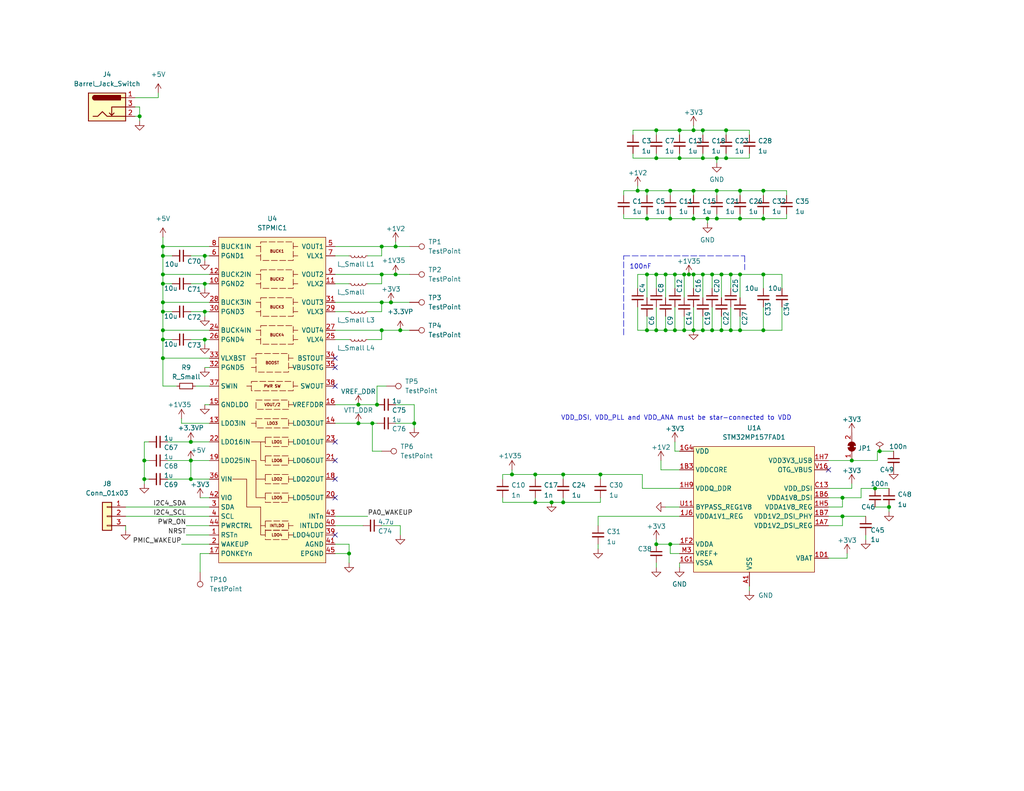
<source format=kicad_sch>
(kicad_sch (version 20231120) (generator "eeschema") (generator_version "8.0")
  (paper "USLetter")
  (title_block (title "SimpleSBC Power") (date "2025-02-03") (rev "2") (comment 1 "Hans Gaensbauer and Tim Shepard"))
  (junction (at 199.39 74.93))
  (junction (at 198.12 35.56))
  (junction (at 176.53 90.17))
  (junction (at 55.88 85.09))
  (junction (at 52.07 125.73))
  (junction (at 194.31 74.93))
  (junction (at 55.88 69.85))
  (junction (at 238.76 133.35))
  (junction (at 186.69 90.17))
  (junction (at 39.37 130.81))
  (junction (at 44.45 97.79))
  (junction (at 194.31 90.17))
  (junction (at 44.45 69.85))
  (junction (at 176.53 52.07))
  (junction (at 193.04 59.69))
  (junction (at 179.07 43.18))
  (junction (at 189.23 59.69))
  (junction (at 189.23 90.17))
  (junction (at 179.07 35.56))
  (junction (at 182.88 148.59))
  (junction (at 229.87 140.97))
  (junction (at 97.79 110.49))
  (junction (at 240.03 123.19))
  (junction (at 95.25 151.13))
  (junction (at 38.1 31.75))
  (junction (at 109.22 90.17))
  (junction (at 208.28 59.69))
  (junction (at 182.88 52.07))
  (junction (at 153.67 129.54))
  (junction (at 146.05 129.54))
  (junction (at 39.37 125.73))
  (junction (at 201.93 52.07))
  (junction (at 181.61 74.93))
  (junction (at 104.14 67.31))
  (junction (at 44.45 90.17))
  (junction (at 187.96 74.93))
  (junction (at 201.93 59.69))
  (junction (at 106.68 82.55))
  (junction (at 191.77 35.56))
  (junction (at 113.03 115.57))
  (junction (at 179.07 74.93))
  (junction (at 139.7 129.54))
  (junction (at 208.28 74.93))
  (junction (at 104.14 74.93))
  (junction (at 208.28 52.07))
  (junction (at 107.95 74.93))
  (junction (at 186.69 74.93))
  (junction (at 44.45 82.55))
  (junction (at 189.23 52.07))
  (junction (at 189.23 35.56))
  (junction (at 199.39 90.17))
  (junction (at 176.53 59.69))
  (junction (at 201.93 90.17))
  (junction (at 191.77 43.18))
  (junction (at 104.14 82.55))
  (junction (at 191.77 90.17))
  (junction (at 44.45 85.09))
  (junction (at 196.85 74.93))
  (junction (at 229.87 135.89))
  (junction (at 195.58 59.69))
  (junction (at 195.58 52.07))
  (junction (at 52.07 120.65))
  (junction (at 44.45 92.71))
  (junction (at 185.42 35.56))
  (junction (at 44.45 77.47))
  (junction (at 184.15 90.17))
  (junction (at 163.83 129.54))
  (junction (at 179.07 90.17))
  (junction (at 102.87 110.49))
  (junction (at 107.95 67.31))
  (junction (at 52.07 130.81))
  (junction (at 182.88 59.69))
  (junction (at 153.67 137.16))
  (junction (at 198.12 43.18))
  (junction (at 97.79 115.57))
  (junction (at 101.6 115.57))
  (junction (at 104.14 90.17))
  (junction (at 181.61 90.17))
  (junction (at 195.58 43.18))
  (junction (at 44.45 67.31))
  (junction (at 150.495 137.16))
  (junction (at 242.57 138.43))
  (junction (at 184.15 74.93))
  (junction (at 55.88 77.47))
  (junction (at 179.07 148.59))
  (junction (at 191.77 74.93))
  (junction (at 185.42 43.18))
  (junction (at 189.23 74.93))
  (junction (at 55.88 92.71))
  (junction (at 201.93 74.93))
  (junction (at 196.85 90.17))
  (junction (at 232.41 125.73))
  (junction (at 173.99 52.07))
  (junction (at 208.28 90.17))
  (junction (at 146.05 137.16))
  (junction (at 44.45 74.93))
  (junction (at 176.53 74.93))
  (no_connect (at 91.44 146.05))
  (no_connect (at 226.06 128.27))
  (no_connect (at 91.44 105.41))
  (no_connect (at 91.44 125.73))
  (no_connect (at 91.44 100.33))
  (no_connect (at 91.44 120.65))
  (no_connect (at 91.44 97.79))
  (no_connect (at 91.44 130.81))
  (no_connect (at 91.44 135.89))
  (wire (pts (xy 54.61 135.89) (xy 57.15 135.89)))
  (wire (pts (xy 104.14 67.31) (xy 104.14 69.85)))
  (wire (pts (xy 214.63 52.07) (xy 214.63 53.34)))
  (wire (pts (xy 199.39 90.17) (xy 196.85 90.17)))
  (wire (pts (xy 191.77 86.36) (xy 191.77 90.17)))
  (wire (pts (xy 201.93 81.28) (xy 201.93 74.93)))
  (wire (pts (xy 39.37 130.81) (xy 39.37 125.73)))
  (wire (pts (xy 46.99 69.85) (xy 44.45 69.85)))
  (wire (pts (xy 44.45 105.41) (xy 48.26 105.41)))
  (wire (pts (xy 34.29 138.43) (xy 57.15 138.43)))
  (wire (pts (xy 38.1 29.21) (xy 38.1 31.75)))
  (wire (pts (xy 107.95 67.31) (xy 111.76 67.31)))
  (wire (pts (xy 44.45 97.79) (xy 44.45 92.71)))
  (wire (pts (xy 44.45 85.09) (xy 44.45 90.17)))
  (wire (pts (xy 104.14 77.47) (xy 104.14 74.93)))
  (wire (pts (xy 185.42 133.35) (xy 175.26 133.35)))
  (wire (pts (xy 199.39 83.82) (xy 199.39 90.17)))
  (wire (pts (xy 226.06 138.43) (xy 229.87 138.43)))
  (wire (pts (xy 91.44 67.31) (xy 104.14 67.31)))
  (wire (pts (xy 195.58 59.69) (xy 201.93 59.69)))
  (wire (pts (xy 189.23 52.07) (xy 195.58 52.07)))
  (wire (pts (xy 55.88 77.47) (xy 57.15 77.47)))
  (wire (pts (xy 49.53 148.59) (xy 57.15 148.59)))
  (wire (pts (xy 179.07 35.56) (xy 185.42 35.56)))
  (wire (pts (xy 226.06 133.35) (xy 232.41 133.35)))
  (wire (pts (xy 186.69 90.17) (xy 189.23 90.17)))
  (wire (pts (xy 193.04 59.69) (xy 193.04 60.96)))
  (wire (pts (xy 208.28 52.07) (xy 214.63 52.07)))
  (wire (pts (xy 52.07 85.09) (xy 55.88 85.09)))
  (wire (pts (xy 201.93 90.17) (xy 199.39 90.17)))
  (wire (pts (xy 236.22 146.05) (xy 236.22 147.32)))
  (wire (pts (xy 198.12 41.91) (xy 198.12 43.18)))
  (wire (pts (xy 201.93 59.69) (xy 208.28 59.69)))
  (wire (pts (xy 196.85 74.93) (xy 196.85 81.28)))
  (wire (pts (xy 113.03 110.49) (xy 113.03 115.57)))
  (wire (pts (xy 39.37 125.73) (xy 39.37 120.65)))
  (wire (pts (xy 100.33 69.85) (xy 104.14 69.85)))
  (wire (pts (xy 176.53 59.69) (xy 182.88 59.69)))
  (wire (pts (xy 104.14 143.51) (xy 109.22 143.51)))
  (wire (pts (xy 173.99 50.8) (xy 173.99 52.07)))
  (wire (pts (xy 194.31 90.17) (xy 191.77 90.17)))
  (wire (pts (xy 201.93 58.42) (xy 201.93 59.69)))
  (wire (pts (xy 238.76 133.35) (xy 242.57 133.35)))
  (wire (pts (xy 55.88 69.85) (xy 57.15 69.85)))
  (wire (pts (xy 208.28 90.17) (xy 201.93 90.17)))
  (wire (pts (xy 242.57 138.43) (xy 242.57 139.7)))
  (wire (pts (xy 44.45 64.77) (xy 44.45 67.31)))
  (wire (pts (xy 52.07 77.47) (xy 55.88 77.47)))
  (wire (pts (xy 191.77 74.93) (xy 194.31 74.93)))
  (wire (pts (xy 55.88 85.09) (xy 57.15 85.09)))
  (wire (pts (xy 181.61 90.17) (xy 184.15 90.17)))
  (wire (pts (xy 44.45 77.47) (xy 44.45 82.55)))
  (wire (pts (xy 50.8 146.05) (xy 57.15 146.05)))
  (wire (pts (xy 45.72 120.65) (xy 52.07 120.65)))
  (wire (pts (xy 163.195 148.59) (xy 163.195 149.86)))
  (wire (pts (xy 231.14 151.13) (xy 231.14 152.4)))
  (wire (pts (xy 179.07 74.93) (xy 179.07 78.74)))
  (wire (pts (xy 191.77 35.56) (xy 191.77 36.83)))
  (wire (pts (xy 91.44 140.97) (xy 100.33 140.97)))
  (wire (pts (xy 179.07 74.93) (xy 176.53 74.93)))
  (wire (pts (xy 170.18 59.69) (xy 176.53 59.69)))
  (wire (pts (xy 176.53 74.93) (xy 176.53 81.28)))
  (wire (pts (xy 185.42 140.97) (xy 163.195 140.97)))
  (wire (pts (xy 213.36 83.82) (xy 213.36 90.17)))
  (wire (pts (xy 176.53 86.36) (xy 176.53 90.17)))
  (wire (pts (xy 44.45 82.55) (xy 57.15 82.55)))
  (wire (pts (xy 91.44 92.71) (xy 95.25 92.71)))
  (wire (pts (xy 240.03 123.19) (xy 243.84 123.19)))
  (wire (pts (xy 101.6 115.57) (xy 97.79 115.57)))
  (wire (pts (xy 44.45 67.31) (xy 57.15 67.31)))
  (wire (pts (xy 163.83 129.54) (xy 163.83 130.81)))
  (wire (pts (xy 95.25 153.67) (xy 95.25 151.13)))
  (wire (pts (xy 95.25 151.13) (xy 95.25 148.59)))
  (wire (pts (xy 44.45 90.17) (xy 57.15 90.17)))
  (wire (pts (xy 39.37 132.08) (xy 39.37 130.81)))
  (wire (pts (xy 182.88 151.13) (xy 185.42 151.13)))
  (wire (pts (xy 176.53 52.07) (xy 173.99 52.07)))
  (wire (pts (xy 239.395 123.19) (xy 239.395 125.73)))
  (wire (pts (xy 176.53 52.07) (xy 182.88 52.07)))
  (wire (pts (xy 185.42 41.91) (xy 185.42 43.18)))
  (wire (pts (xy 172.72 41.91) (xy 172.72 43.18)))
  (wire (pts (xy 226.06 125.73) (xy 232.41 125.73)))
  (wire (pts (xy 91.44 74.93) (xy 104.14 74.93)))
  (wire (pts (xy 239.395 125.73) (xy 232.41 125.73)))
  (wire (pts (xy 46.99 77.47) (xy 44.45 77.47)))
  (wire (pts (xy 234.95 133.35) (xy 234.95 135.89)))
  (wire (pts (xy 184.15 123.19) (xy 185.42 123.19)))
  (wire (pts (xy 208.28 74.93) (xy 201.93 74.93)))
  (wire (pts (xy 137.16 129.54) (xy 137.16 130.81)))
  (wire (pts (xy 179.07 83.82) (xy 179.07 90.17)))
  (wire (pts (xy 163.83 137.16) (xy 163.83 135.89)))
  (wire (pts (xy 55.88 92.71) (xy 55.88 93.98)))
  (wire (pts (xy 139.7 128.27) (xy 139.7 129.54)))
  (wire (pts (xy 191.77 43.18) (xy 195.58 43.18)))
  (wire (pts (xy 194.31 74.93) (xy 194.31 78.74)))
  (wire (pts (xy 189.23 59.69) (xy 193.04 59.69)))
  (wire (pts (xy 153.67 137.16) (xy 163.83 137.16)))
  (wire (pts (xy 153.67 129.54) (xy 163.83 129.54)))
  (wire (pts (xy 39.37 125.73) (xy 40.64 125.73)))
  (wire (pts (xy 39.37 130.81) (xy 40.64 130.81)))
  (wire (pts (xy 109.22 143.51) (xy 109.22 146.05)))
  (wire (pts (xy 34.29 140.97) (xy 57.15 140.97)))
  (wire (pts (xy 172.72 36.83) (xy 172.72 35.56)))
  (wire (pts (xy 189.23 35.56) (xy 191.77 35.56)))
  (wire (pts (xy 179.07 148.59) (xy 182.88 148.59)))
  (wire (pts (xy 213.36 78.74) (xy 213.36 74.93)))
  (wire (pts (xy 163.195 140.97) (xy 163.195 143.51)))
  (wire (pts (xy 238.76 138.43) (xy 242.57 138.43)))
  (wire (pts (xy 105.41 105.41) (xy 102.87 105.41)))
  (wire (pts (xy 184.15 120.65) (xy 184.15 123.19)))
  (wire (pts (xy 184.15 74.93) (xy 181.61 74.93)))
  (wire (pts (xy 170.18 52.07) (xy 170.18 53.34)))
  (wire (pts (xy 198.12 35.56) (xy 198.12 36.83)))
  (wire (pts (xy 137.16 135.89) (xy 137.16 137.16)))
  (wire (pts (xy 38.1 31.75) (xy 36.83 31.75)))
  (wire (pts (xy 44.45 74.93) (xy 57.15 74.93)))
  (wire (pts (xy 44.45 77.47) (xy 44.45 74.93)))
  (wire (pts (xy 201.93 74.93) (xy 199.39 74.93)))
  (wire (pts (xy 213.36 74.93) (xy 208.28 74.93)))
  (wire (pts (xy 181.61 86.36) (xy 181.61 90.17)))
  (wire (pts (xy 208.28 74.93) (xy 208.28 78.74)))
  (wire (pts (xy 44.45 69.85) (xy 44.45 74.93)))
  (wire (pts (xy 52.07 120.65) (xy 57.15 120.65)))
  (wire (pts (xy 102.87 110.49) (xy 97.79 110.49)))
  (wire (pts (xy 195.58 43.18) (xy 198.12 43.18)))
  (wire (pts (xy 104.14 67.31) (xy 107.95 67.31)))
  (wire (pts (xy 104.14 82.55) (xy 106.68 82.55)))
  (wire (pts (xy 53.34 105.41) (xy 57.15 105.41)))
  (wire (pts (xy 100.33 77.47) (xy 104.14 77.47)))
  (wire (pts (xy 44.45 69.85) (xy 44.45 67.31)))
  (wire (pts (xy 179.07 43.18) (xy 185.42 43.18)))
  (wire (pts (xy 50.8 143.51) (xy 57.15 143.51)))
  (wire (pts (xy 179.07 41.91) (xy 179.07 43.18)))
  (wire (pts (xy 104.14 90.17) (xy 109.22 90.17)))
  (wire (pts (xy 232.41 132.08) (xy 232.41 133.35)))
  (wire (pts (xy 150.495 137.16) (xy 153.67 137.16)))
  (wire (pts (xy 113.03 115.57) (xy 107.95 115.57)))
  (wire (pts (xy 189.23 58.42) (xy 189.23 59.69)))
  (wire (pts (xy 195.58 52.07) (xy 201.93 52.07)))
  (wire (pts (xy 182.88 58.42) (xy 182.88 59.69)))
  (wire (pts (xy 146.05 135.89) (xy 146.05 137.16)))
  (wire (pts (xy 195.58 58.42) (xy 195.58 59.69)))
  (wire (pts (xy 172.72 35.56) (xy 179.07 35.56)))
  (wire (pts (xy 104.14 85.09) (xy 104.14 82.55)))
  (wire (pts (xy 39.37 120.65) (xy 40.64 120.65)))
  (wire (pts (xy 196.85 74.93) (xy 199.39 74.93)))
  (wire (pts (xy 179.07 147.32) (xy 179.07 148.59)))
  (wire (pts (xy 181.61 74.93) (xy 181.61 81.28)))
  (polyline (pts (xy 203.2 69.85) (xy 203.2 73.66)) (stroke (width 0) (type dash)))
  (wire (pts (xy 170.18 58.42) (xy 170.18 59.69)))
  (wire (pts (xy 181.61 74.93) (xy 179.07 74.93)))
  (wire (pts (xy 189.23 74.93) (xy 189.23 78.74)))
  (wire (pts (xy 44.45 92.71) (xy 44.45 90.17)))
  (wire (pts (xy 44.45 97.79) (xy 44.45 105.41)))
  (wire (pts (xy 179.07 90.17) (xy 181.61 90.17)))
  (wire (pts (xy 229.87 140.97) (xy 236.22 140.97)))
  (wire (pts (xy 194.31 74.93) (xy 196.85 74.93)))
  (wire (pts (xy 49.53 115.57) (xy 57.15 115.57)))
  (wire (pts (xy 146.05 129.54) (xy 139.7 129.54)))
  (wire (pts (xy 186.69 74.93) (xy 184.15 74.93)))
  (wire (pts (xy 176.53 74.93) (xy 173.99 74.93)))
  (wire (pts (xy 196.85 90.17) (xy 194.31 90.17)))
  (wire (pts (xy 91.44 143.51) (xy 99.06 143.51)))
  (wire (pts (xy 146.05 129.54) (xy 153.67 129.54)))
  (wire (pts (xy 208.28 52.07) (xy 208.28 53.34)))
  (wire (pts (xy 55.88 71.12) (xy 55.88 69.85)))
  (wire (pts (xy 91.44 90.17) (xy 104.14 90.17)))
  (wire (pts (xy 104.14 74.93) (xy 107.95 74.93)))
  (wire (pts (xy 106.68 82.55) (xy 111.76 82.55)))
  (wire (pts (xy 204.47 160.02) (xy 204.47 161.29)))
  (wire (pts (xy 185.42 35.56) (xy 185.42 36.83)))
  (wire (pts (xy 44.45 85.09) (xy 44.45 82.55)))
  (wire (pts (xy 104.14 123.19) (xy 101.6 123.19)))
  (wire (pts (xy 100.33 92.71) (xy 104.14 92.71)))
  (wire (pts (xy 234.95 135.89) (xy 229.87 135.89)))
  (wire (pts (xy 49.53 114.3) (xy 49.53 115.57)))
  (wire (pts (xy 184.15 74.93) (xy 184.15 78.74)))
  (wire (pts (xy 184.15 83.82) (xy 184.15 90.17)))
  (wire (pts (xy 191.77 41.91) (xy 191.77 43.18)))
  (wire (pts (xy 191.77 35.56) (xy 198.12 35.56)))
  (wire (pts (xy 139.7 129.54) (xy 137.16 129.54)))
  (wire (pts (xy 113.03 115.57) (xy 113.03 116.84)))
  (wire (pts (xy 45.72 130.81) (xy 52.07 130.81)))
  (wire (pts (xy 146.05 137.16) (xy 150.495 137.16)))
  (wire (pts (xy 182.88 151.13) (xy 182.88 148.59)))
  (wire (pts (xy 194.31 83.82) (xy 194.31 90.17)))
  (wire (pts (xy 208.28 83.82) (xy 208.28 90.17)))
  (wire (pts (xy 191.77 74.93) (xy 191.77 81.28)))
  (wire (pts (xy 213.36 90.17) (xy 208.28 90.17)))
  (wire (pts (xy 55.88 85.09) (xy 55.88 86.36)))
  (wire (pts (xy 195.58 43.18) (xy 195.58 44.45)))
  (wire (pts (xy 229.87 135.89) (xy 229.87 138.43)))
  (wire (pts (xy 173.99 74.93) (xy 173.99 78.74)))
  (wire (pts (xy 182.88 59.69) (xy 189.23 59.69)))
  (wire (pts (xy 52.07 69.85) (xy 55.88 69.85)))
  (wire (pts (xy 201.93 86.36) (xy 201.93 90.17)))
  (wire (pts (xy 184.15 90.17) (xy 186.69 90.17)))
  (wire (pts (xy 193.04 59.69) (xy 195.58 59.69)))
  (wire (pts (xy 55.88 110.49) (xy 57.15 110.49)))
  (wire (pts (xy 55.88 100.33) (xy 57.15 100.33)))
  (wire (pts (xy 101.6 123.19) (xy 101.6 115.57)))
  (wire (pts (xy 196.85 86.36) (xy 196.85 90.17)))
  (wire (pts (xy 91.44 69.85) (xy 95.25 69.85)))
  (wire (pts (xy 55.88 78.74) (xy 55.88 77.47)))
  (wire (pts (xy 175.26 133.35) (xy 175.26 129.54)))
  (wire (pts (xy 57.15 97.79) (xy 44.45 97.79)))
  (wire (pts (xy 185.42 153.67) (xy 185.42 154.94)))
  (wire (pts (xy 198.12 35.56) (xy 204.47 35.56)))
  (wire (pts (xy 226.06 152.4) (xy 231.14 152.4)))
  (wire (pts (xy 226.06 135.89) (xy 229.87 135.89)))
  (wire (pts (xy 180.34 128.27) (xy 185.42 128.27)))
  (wire (pts (xy 173.99 90.17) (xy 176.53 90.17)))
  (polyline (pts (xy 170.18 91.44) (xy 170.18 69.85)) (stroke (width 0) (type dash)))
  (wire (pts (xy 104.14 92.71) (xy 104.14 90.17)))
  (polyline (pts (xy 170.18 69.85) (xy 203.2 69.85)) (stroke (width 0) (type dash)))
  (wire (pts (xy 113.03 110.49) (xy 107.95 110.49)))
  (wire (pts (xy 204.47 41.91) (xy 204.47 43.18)))
  (wire (pts (xy 186.69 74.93) (xy 187.96 74.93)))
  (wire (pts (xy 34.29 143.51) (xy 34.29 144.78)))
  (wire (pts (xy 36.83 29.21) (xy 38.1 29.21)))
  (wire (pts (xy 179.07 153.67) (xy 179.07 154.94)))
  (wire (pts (xy 91.44 110.49) (xy 97.79 110.49)))
  (wire (pts (xy 43.18 25.4) (xy 43.18 26.67)))
  (wire (pts (xy 208.28 58.42) (xy 208.28 59.69)))
  (wire (pts (xy 54.61 156.21) (xy 54.61 151.13)))
  (wire (pts (xy 186.69 74.93) (xy 186.69 81.28)))
  (wire (pts (xy 52.07 125.73) (xy 52.07 130.81)))
  (wire (pts (xy 182.88 52.07) (xy 182.88 53.34)))
  (wire (pts (xy 179.07 35.56) (xy 179.07 36.83)))
  (wire (pts (xy 201.93 52.07) (xy 208.28 52.07)))
  (wire (pts (xy 173.99 52.07) (xy 170.18 52.07)))
  (wire (pts (xy 173.99 83.82) (xy 173.99 90.17)))
  (wire (pts (xy 52.07 125.73) (xy 57.15 125.73)))
  (wire (pts (xy 46.99 92.71) (xy 44.45 92.71)))
  (wire (pts (xy 229.87 140.97) (xy 229.87 143.51)))
  (wire (pts (xy 181.61 138.43) (xy 185.42 138.43)))
  (wire (pts (xy 214.63 59.69) (xy 208.28 59.69)))
  (wire (pts (xy 185.42 35.56) (xy 189.23 35.56)))
  (wire (pts (xy 95.25 148.59) (xy 91.44 148.59)))
  (wire (pts (xy 195.58 52.07) (xy 195.58 53.34)))
  (wire (pts (xy 100.33 85.09) (xy 104.14 85.09)))
  (wire (pts (xy 186.69 86.36) (xy 186.69 90.17)))
  (wire (pts (xy 240.03 123.19) (xy 239.395 123.19)))
  (wire (pts (xy 153.67 135.89) (xy 153.67 137.16)))
  (wire (pts (xy 189.23 34.29) (xy 189.23 35.56)))
  (wire (pts (xy 185.42 43.18) (xy 191.77 43.18)))
  (wire (pts (xy 55.88 92.71) (xy 57.15 92.71)))
  (wire (pts (xy 36.83 26.67) (xy 43.18 26.67)))
  (wire (pts (xy 91.44 85.09) (xy 95.25 85.09)))
  (wire (pts (xy 52.07 92.71) (xy 55.88 92.71)))
  (wire (pts (xy 146.05 129.54) (xy 146.05 130.81)))
  (wire (pts (xy 91.44 82.55) (xy 104.14 82.55)))
  (wire (pts (xy 176.53 58.42) (xy 176.53 59.69)))
  (wire (pts (xy 191.77 90.17) (xy 189.23 90.17)))
  (wire (pts (xy 52.07 130.81) (xy 57.15 130.81)))
  (wire (pts (xy 172.72 43.18) (xy 179.07 43.18)))
  (wire (pts (xy 199.39 74.93) (xy 199.39 78.74)))
  (wire (pts (xy 176.53 90.17) (xy 179.07 90.17)))
  (wire (pts (xy 198.12 43.18) (xy 204.47 43.18)))
  (wire (pts (xy 204.47 35.56) (xy 204.47 36.83)))
  (wire (pts (xy 226.06 143.51) (xy 229.87 143.51)))
  (wire (pts (xy 54.61 151.13) (xy 57.15 151.13)))
  (wire (pts (xy 91.44 77.47) (xy 95.25 77.47)))
  (wire (pts (xy 182.88 52.07) (xy 189.23 52.07)))
  (wire (pts (xy 153.67 129.54) (xy 153.67 130.81)))
  (wire (pts (xy 189.23 52.07) (xy 189.23 53.34)))
  (wire (pts (xy 91.44 151.13) (xy 95.25 151.13)))
  (wire (pts (xy 137.16 137.16) (xy 146.05 137.16)))
  (wire (pts (xy 163.83 129.54) (xy 175.26 129.54)))
  (wire (pts (xy 102.87 105.41) (xy 102.87 110.49)))
  (wire (pts (xy 180.34 125.73) (xy 180.34 128.27)))
  (wire (pts (xy 189.23 83.82) (xy 189.23 90.17)))
  (wire (pts (xy 107.95 66.04) (xy 107.95 67.31)))
  (wire (pts (xy 214.63 58.42) (xy 214.63 59.69)))
  (wire (pts (xy 38.1 33.02) (xy 38.1 31.75)))
  (wire (pts (xy 201.93 52.07) (xy 201.93 53.34)))
  (wire (pts (xy 91.44 115.57) (xy 97.79 115.57)))
  (wire (pts (xy 109.22 90.17) (xy 111.76 90.17)))
  (wire (pts (xy 226.06 140.97) (xy 229.87 140.97)))
  (wire (pts (xy 176.53 53.34) (xy 176.53 52.07)))
  (wire (pts (xy 102.87 115.57) (xy 101.6 115.57)))
  (wire (pts (xy 45.72 125.73) (xy 52.07 125.73)))
  (wire (pts (xy 182.88 148.59) (xy 185.42 148.59)))
  (wire (pts (xy 107.95 74.93) (xy 111.76 74.93)))
  (wire (pts (xy 238.76 133.35) (xy 234.95 133.35)))
  (wire (pts (xy 46.99 85.09) (xy 44.45 85.09)))
  (wire (pts (xy 187.96 74.93) (xy 189.23 74.93)))
  (wire (pts (xy 189.23 74.93) (xy 191.77 74.93)))
  (text "100nF" (at 177.8 73.66 0) (effects (font (size 1.27 1.27)) (justify right bottom)))
  (text "VDD_DSI, VDD_PLL and VDD_ANA must be star-connected to VDD" (at 153.035 114.935 0) (effects (font (size 1.27 1.27)) (justify left bottom)))
  (label "PA0_WAKEUP" (at 100.33 140.97 0))
  (label "I2C4_SCL" (at 50.8 140.97 180))
  (label "PMIC_WAKEUP" (at 49.53 148.59 180))
  (label "I2C4_SDA" (at 50.8 138.43 180))
  (label "NRST" (at 50.8 146.05 180))
  (label "PWR_ON" (at 50.8 143.51 180))
  (symbol (lib_id "Device:C_Small") (at 199.39 81.28 0) (unit 1)
    (property "Reference" "C25" (at 200.66 80.01 90) (effects (justify left)))
    (property "Value" "100n" (effects (hide yes)))
    (property "Footprint" "Capacitor_SMD:C_0402_1005Metric" (effects (hide yes)))
  )
  (symbol (lib_id "Device:C_Small") (at 191.77 83.82 0) (unit 1)
    (property "Reference" "C19" (at 193.04 88.9 90) (effects (justify left)))
    (property "Value" "100n" (effects (hide yes)))
    (property "Footprint" "Capacitor_SMD:C_0402_1005Metric" (effects (hide yes)))
  )
  (symbol (lib_id "power:+3.3V") (at 179.07 147.32 0) (unit 1)
    (property "Reference" "#PWR017" (effects (hide yes)))
    (property "Value" "+3V3" (at 179.07 143.7155 0))
  )
  (symbol (lib_id "power:+5V") (at 44.45 64.77 0) (unit 1)
    (property "Reference" "#PWR022" (effects (hide yes)))
    (property "Value" "+5V" (at 44.45 59.69 0))
    (property "Description" "Power symbol creates a global label with name \"+5V\"" (effects (hide yes)))
  )
  (symbol (lib_id "Device:L_Small") (at 97.79 77.47 90) (mirror x) (unit 1)
    (property "Reference" "L2" (effects (hide yes)))
    (property "Value" "L_Small" (at 95.758 79.756 90))
    (property "Description" "Inductor, small symbol" (effects (hide yes)))
  )
  (symbol (lib_id "power:GND") (at 242.57 139.7 0) (unit 1)
    (property "Reference" "#PWR087" (effects (hide yes)))
    (property "Value" "GND" (effects (hide yes)))
  )
  (symbol (lib_id "power:+3.3V") (at 184.15 120.65 0) (unit 1)
    (property "Reference" "#PWR033" (effects (hide yes)))
    (property "Value" "+3V3" (at 184.15 117.0455 0))
  )
  (symbol (lib_id "Device:C_Small") (at 196.85 83.82 0) (unit 1)
    (property "Reference" "C22" (at 198.12 88.9 90) (effects (justify left)))
    (property "Value" "100n" (effects (hide yes)))
    (property "Footprint" "Capacitor_SMD:C_0402_1005Metric" (effects (hide yes)))
  )
  (symbol (lib_id "power:GND") (at 113.03 116.84 0) (unit 1)
    (property "Reference" "#PWR073" (effects (hide yes)))
    (property "Value" "GND" (effects (hide yes)))
  )
  (symbol (lib_id "power:GND") (at 95.25 153.67 0) (unit 1)
    (property "Reference" "#PWR066" (effects (hide yes)))
    (property "Value" "GND" (effects (hide yes)))
  )
  (symbol (lib_id "Device:C_Small") (at 146.05 133.35 0) (unit 1)
    (property "Reference" "C17" (at 148.3741 132.4478 0) (effects (justify left)))
    (property "Value" "1n" (at 148.3741 135.2229 0) (effects (justify left)))
    (property "Footprint" "Capacitor_SMD:C_0402_1005Metric" (effects (hide yes)))
  )
  (symbol (lib_id "power:GND") (at 38.1 33.02 0) (unit 1)
    (property "Reference" "#PWR053" (effects (hide yes)))
    (property "Value" "GND" (effects (hide yes)))
  )
  (symbol (lib_id "power:+1V35") (at 49.53 114.3 0) (unit 1)
    (property "Reference" "#PWR035" (effects (hide yes)))
    (property "Value" "+1V35" (at 45.72 110.49 0) (effects (justify left)))
  )
  (symbol (lib_id "power:GND") (at 55.88 100.33 0) (unit 1)
    (property "Reference" "#PWR063" (effects (hide yes)))
    (property "Value" "GND" (effects (hide yes)))
  )
  (symbol (lib_id "Device:C_Small") (at 195.58 55.88 0) (unit 1)
    (property "Reference" "C21" (at 197.9041 54.9778 0) (effects (justify left)))
    (property "Value" "1u" (at 197.9041 57.7529 0) (effects (justify left)))
    (property "Footprint" "Capacitor_SMD:C_0402_1005Metric" (effects (hide yes)))
  )
  (symbol (lib_id "power:GND") (at 195.58 44.45 0) (unit 1)
    (property "Reference" "#PWR010" (effects (hide yes)))
    (property "Value" "GND" (at 195.58 49.0125 0))
  )
  (symbol (lib_id "Jumper:SolderJumper_2_Bridged") (at 232.41 121.92 90) (unit 1)
    (property "Reference" "JP1" (at 234.061 122.399 90) (effects (justify right)))
    (property "Value" "SolderJumper_2_Bridged" (effects (hide yes)))
    (property "Footprint" "Jumper:SolderJumper-2_P1.3mm_Bridged2Bar_Pad1.0x1.5mm" (effects (hide yes)))
  )
  (symbol (lib_id "Device:C_Small") (at 43.18 125.73 270) (unit 1)
    (property "Reference" "C68" (at 44.704 127.254 90) (effects (justify left)))
    (property "Value" "1u" (at 44.704 124.714 90) (effects (justify left)))
    (property "Footprint" "Capacitor_SMD:C_0402_1005Metric" (effects (hide yes)))
  )
  (symbol (lib_id "Connector:TestPoint") (at 111.76 90.17 270) (unit 1)
    (property "Reference" "TP4" (at 116.84 88.8999 90) (effects (justify left)))
    (property "Value" "TestPoint" (at 116.84 91.4399 90) (effects (justify left)))
    (property "Description" "test point" (effects (hide yes)))
  )
  (symbol (lib_id "Device:C_Small") (at 163.83 133.35 0) (unit 1)
    (property "Reference" "C30" (at 166.1541 132.4478 0) (effects (justify left)))
    (property "Value" "1u" (at 166.1541 135.2229 0) (effects (justify left)))
    (property "Footprint" "Capacitor_SMD:C_0402_1005Metric" (effects (hide yes)))
  )
  (symbol (lib_id "Device:C_Small") (at 179.07 151.13 0) (unit 1)
    (property "Reference" "C38" (at 173.99 149.86 0) (effects (justify left)))
    (property "Value" "1u" (effects (hide yes)))
    (property "Footprint" "Capacitor_SMD:C_0402_1005Metric" (effects (hide yes)))
  )
  (symbol (lib_id "Personal:VREF_DDR") (at 97.79 110.49 0) (unit 1)
    (property "Reference" "#PWR067" (effects (hide yes)))
    (property "Value" "VREF_DDR" (at 97.79 106.8855 0))
  )
  (symbol (lib_id "Device:C_Small") (at 179.07 39.37 0) (unit 1)
    (property "Reference" "C7" (at 181.3941 38.4678 0) (effects (justify left)))
    (property "Value" "1u" (at 181.3941 41.2429 0) (effects (justify left)))
    (property "Footprint" "Capacitor_SMD:C_0402_1005Metric" (effects (hide yes)))
  )
  (symbol (lib_id "power:+3.3V") (at 231.14 151.13 0) (unit 1)
    (property "Reference" "#PWR040" (effects (hide yes)))
    (property "Value" "+3V3" (at 231.14 147.5255 0))
  )
  (symbol (lib_id "Connector:TestPoint") (at 111.76 67.31 270) (unit 1)
    (property "Reference" "TP1" (at 116.84 66.0399 90) (effects (justify left)))
    (property "Value" "TestPoint" (at 116.84 68.5799 90) (effects (justify left)))
    (property "Description" "test point" (effects (hide yes)))
  )
  (symbol (lib_id "Device:C_Small") (at 243.84 125.73 0) (unit 1)
    (property "Reference" "C49" (at 240.03 128.27 0) (effects (justify left)))
    (property "Value" "100n" (at 242.57 121.92 0) (effects (justify left)))
    (property "Footprint" "Capacitor_SMD:C_0402_1005Metric" (effects (hide yes)))
  )
  (symbol (lib_id "power:+1V2") (at 107.95 66.04 0) (unit 1)
    (property "Reference" "#PWR070" (effects (hide yes)))
    (property "Value" "+1V2" (at 107.95 62.4355 0))
  )
  (symbol (lib_id "Device:C_Small") (at 194.31 81.28 0) (unit 1)
    (property "Reference" "C20" (at 195.58 80.01 90) (effects (justify left)))
    (property "Value" "100n" (effects (hide yes)))
    (property "Footprint" "Capacitor_SMD:C_0402_1005Metric" (effects (hide yes)))
  )
  (symbol (lib_id "power:+1V2") (at 173.99 50.8 0) (unit 1)
    (property "Reference" "#PWR01" (effects (hide yes)))
    (property "Value" "+1V2" (at 173.99 47.1955 0))
  )
  (symbol (lib_id "Device:C_Small") (at 105.41 115.57 270) (unit 1)
    (property "Reference" "C76" (at 106.934 117.094 90) (effects (justify left)))
    (property "Value" "1u" (at 106.934 114.554 90) (effects (justify left)))
    (property "Footprint" "Capacitor_SMD:C_0402_1005Metric" (effects (hide yes)))
  )
  (symbol (lib_id "power:GND") (at 55.88 93.98 0) (unit 1)
    (property "Reference" "#PWR062" (effects (hide yes)))
    (property "Value" "GND" (effects (hide yes)))
  )
  (symbol (lib_id "Personal:VTT_DDR") (at 97.79 115.57 0) (unit 1)
    (property "Reference" "#PWR068" (effects (hide yes)))
    (property "Value" "VTT_DDR" (at 97.79 112.014 0))
  )
  (symbol (lib_id "Device:C_Small") (at 43.18 120.65 270) (unit 1)
    (property "Reference" "C67" (at 44.704 122.174 90) (effects (justify left)))
    (property "Value" "1u" (at 44.704 119.634 90) (effects (justify left)))
    (property "Footprint" "Capacitor_SMD:C_0402_1005Metric" (effects (hide yes)))
  )
  (symbol (lib_id "Device:R_Small") (at 50.8 105.41 90) (unit 1)
    (property "Reference" "R9" (at 50.8 100.33 90))
    (property "Value" "R_Small" (at 50.8 102.87 90))
    (property "Description" "Resistor, small symbol" (effects (hide yes)))
  )
  (symbol (lib_id "power:+1V35") (at 187.96 74.93 0) (unit 1)
    (property "Reference" "#PWR04" (effects (hide yes)))
    (property "Value" "+1V35" (at 187.96 71.3255 0))
  )
  (symbol (lib_id "Device:C_Small") (at 238.76 135.89 0) (unit 1)
    (property "Reference" "C46" (at 234.95 138.43 0) (effects (justify left)))
    (property "Value" "100n" (at 237.49 132.08 0) (effects (justify left)))
    (property "Footprint" "Capacitor_SMD:C_0402_1005Metric" (effects (hide yes)))
  )
  (symbol (lib_id "power:+3.3V") (at 232.41 132.08 0) (unit 1)
    (property "Reference" "#PWR046" (effects (hide yes)))
    (property "Value" "+3V3" (at 232.41 128.4755 0))
  )
  (symbol (lib_id "Device:C_Small") (at 49.53 92.71 270) (unit 1)
    (property "Reference" "C73" (at 51.054 94.234 90) (effects (justify left)))
    (property "Value" "10u" (at 44.704 93.98 90) (effects (justify left)))
    (property "Footprint" "Capacitor_SMD:C_0402_1005Metric" (effects (hide yes)))
  )
  (symbol (lib_id "Device:C_Small") (at 236.22 143.51 0) (unit 1)
    (property "Reference" "C45" (at 237.49 144.78 0) (effects (justify left)))
    (property "Value" "1u" (at 237.49 147.32 0) (effects (justify left)))
    (property "Footprint" "Capacitor_SMD:C_0402_1005Metric" (effects (hide yes)))
  )
  (symbol (lib_id "power:GND") (at 189.23 90.17 0) (unit 1)
    (property "Reference" "#PWR06" (effects (hide yes)))
    (property "Value" "GND" (effects (hide yes)))
  )
  (symbol (lib_id "power:+3.3V") (at 54.61 135.89 0) (unit 1)
    (property "Reference" "#PWR055" (effects (hide yes)))
    (property "Value" "+3V3" (at 54.61 132.2855 0))
  )
  (symbol (lib_id "Device:C_Small") (at 186.69 83.82 0) (unit 1)
    (property "Reference" "C14" (at 187.96 88.9 90) (effects (justify left)))
    (property "Value" "100n" (effects (hide yes)))
    (property "Footprint" "Capacitor_SMD:C_0402_1005Metric" (effects (hide yes)))
  )
  (symbol (lib_id "power:GND") (at 55.88 78.74 0) (unit 1)
    (property "Reference" "#PWR058" (effects (hide yes)))
    (property "Value" "GND" (effects (hide yes)))
  )
  (symbol (lib_id "Device:C_Small") (at 176.53 55.88 0) (unit 1)
    (property "Reference" "C5" (at 178.8541 54.9778 0) (effects (justify left)))
    (property "Value" "1u" (at 178.8541 57.7529 0) (effects (justify left)))
    (property "Footprint" "Capacitor_SMD:C_0402_1005Metric" (effects (hide yes)))
  )
  (symbol (lib_id "power:GND") (at 236.22 147.32 0) (unit 1)
    (property "Reference" "#PWR047" (effects (hide yes)))
    (property "Value" "GND" (effects (hide yes)))
  )
  (symbol (lib_id "power:GND") (at 109.22 146.05 0) (unit 1)
    (property "Reference" "#PWR072" (effects (hide yes)))
    (property "Value" "GND" (effects (hide yes)))
  )
  (symbol (lib_id "power:+3.3VP") (at 109.22 90.17 0) (unit 1)
    (property "Reference" "#PWR028" (effects (hide yes)))
    (property "Value" "+3.3VP" (at 109.22 85.09 0))
    (property "Description" "Power symbol creates a global label with name \"+3.3VP\"" (effects (hide yes)))
  )
  (symbol (lib_id "power:GND") (at 150.495 137.16 0) (unit 1)
    (property "Reference" "#PWR012" (effects (hide yes)))
    (property "Value" "GND" (effects (hide yes)))
  )
  (symbol (lib_id "Connector:TestPoint") (at 111.76 74.93 270) (unit 1)
    (property "Reference" "TP2" (at 116.84 73.6599 90) (effects (justify left)))
    (property "Value" "TestPoint" (at 116.84 76.1999 90) (effects (justify left)))
    (property "Description" "test point" (effects (hide yes)))
  )
  (symbol (lib_id "power:GND") (at 185.42 154.94 0) (unit 1)
    (property "Reference" "#PWR038" (effects (hide yes)))
    (property "Value" "GND" (at 185.42 159.5025 0))
  )
  (symbol (lib_id "Device:C_Small") (at 191.77 39.37 0) (unit 1)
    (property "Reference" "C18" (at 194.0941 38.4678 0) (effects (justify left)))
    (property "Value" "1u" (at 194.0941 41.2429 0) (effects (justify left)))
    (property "Footprint" "Capacitor_SMD:C_0402_1005Metric" (effects (hide yes)))
  )
  (symbol (lib_id "Device:C_Small") (at 208.28 81.28 0) (unit 1)
    (property "Reference" "C33" (at 209.55 86.36 90) (effects (justify left)))
    (property "Value" "10u" (at 203.2 78.74 0) (effects (justify left)))
    (property "Footprint" "Capacitor_SMD:C_0805_2012Metric" (effects (hide yes)))
  )
  (symbol (lib_id "Device:C_Small") (at 105.41 110.49 270) (unit 1)
    (property "Reference" "C75" (at 106.934 112.014 90) (effects (justify left)))
    (property "Value" "1u" (at 106.934 109.474 90) (effects (justify left)))
    (property "Footprint" "Capacitor_SMD:C_0402_1005Metric" (effects (hide yes)))
  )
  (symbol (lib_id "Device:C_Small") (at 137.16 133.35 0) (unit 1)
    (property "Reference" "C10" (at 139.4841 132.4478 0) (effects (justify left)))
    (property "Value" "1n" (at 139.4841 135.2229 0) (effects (justify left)))
    (property "Footprint" "Capacitor_SMD:C_0402_1005Metric" (effects (hide yes)))
  )
  (symbol (lib_id "Device:C_Small") (at 179.07 81.28 0) (unit 1)
    (property "Reference" "C8" (at 180.34 80.01 90) (effects (justify left)))
    (property "Value" "100n" (effects (hide yes)))
    (property "Footprint" "Capacitor_SMD:C_0402_1005Metric" (effects (hide yes)))
  )
  (symbol (lib_id "Device:C_Small") (at 182.88 55.88 0) (unit 1)
    (property "Reference" "C11" (at 185.2041 54.9778 0) (effects (justify left)))
    (property "Value" "1u" (at 185.2041 57.7529 0) (effects (justify left)))
    (property "Footprint" "Capacitor_SMD:C_0402_1005Metric" (effects (hide yes)))
  )
  (symbol (lib_id "Connector:TestPoint") (at 111.76 82.55 270) (unit 1)
    (property "Reference" "TP3" (at 116.84 81.2799 90) (effects (justify left)))
    (property "Value" "TestPoint" (at 116.84 83.8199 90) (effects (justify left)))
    (property "Description" "test point" (effects (hide yes)))
  )
  (symbol (lib_id "Device:C_Small") (at 101.6 143.51 270) (unit 1)
    (property "Reference" "C74" (at 103.124 145.034 90) (effects (justify left)))
    (property "Value" "4.7u" (at 103.124 142.494 90) (effects (justify left)))
    (property "Footprint" "Capacitor_SMD:C_0402_1005Metric" (effects (hide yes)))
  )
  (symbol (lib_id "power:GND") (at 204.47 161.29 0) (unit 1)
    (property "Reference" "#PWR039" (effects (hide yes)))
    (property "Value" "GND" (at 208.915 162.56 0))
  )
  (symbol (lib_id "power:GND") (at 55.88 110.49 0) (unit 1)
    (property "Reference" "#PWR064" (effects (hide yes)))
    (property "Value" "GND" (effects (hide yes)))
  )
  (symbol (lib_id "power:GND") (at 39.37 132.08 0) (unit 1)
    (property "Reference" "#PWR015" (effects (hide yes)))
    (property "Value" "GND" (effects (hide yes)))
  )
  (symbol (lib_id "power:GND") (at 243.84 128.27 0) (unit 1)
    (property "Reference" "#PWR088" (effects (hide yes)))
    (property "Value" "GND" (effects (hide yes)))
  )
  (symbol (lib_id "power:+3.3V") (at 106.68 82.55 0) (unit 1)
    (property "Reference" "#PWR069" (effects (hide yes)))
    (property "Value" "+3V3" (at 106.68 78.9455 0))
  )
  (symbol (lib_id "Device:C_Small") (at 189.23 81.28 0) (unit 1)
    (property "Reference" "C16" (at 190.5 80.01 90) (effects (justify left)))
    (property "Value" "100n" (effects (hide yes)))
    (property "Footprint" "Capacitor_SMD:C_0402_1005Metric" (effects (hide yes)))
  )
  (symbol (lib_id "Device:C_Small") (at 189.23 55.88 0) (unit 1)
    (property "Reference" "C15" (at 191.5541 54.9778 0) (effects (justify left)))
    (property "Value" "1u" (at 191.5541 57.7529 0) (effects (justify left)))
    (property "Footprint" "Capacitor_SMD:C_0402_1005Metric" (effects (hide yes)))
  )
  (symbol (lib_id "power:GND") (at 55.88 71.12 0) (unit 1)
    (property "Reference" "#PWR057" (effects (hide yes)))
    (property "Value" "GND" (effects (hide yes)))
  )
  (symbol (lib_id "Connector:TestPoint") (at 54.61 156.21 180) (unit 1)
    (property "Reference" "TP10" (at 57.15 158.2419 0) (effects (justify right)))
    (property "Value" "TestPoint" (at 57.15 160.7819 0) (effects (justify right)))
    (property "Description" "test point" (effects (hide yes)))
  )
  (symbol (lib_id "Device:C_Small") (at 201.93 83.82 0) (unit 1)
    (property "Reference" "C27" (at 203.2 88.9 90) (effects (justify left)))
    (property "Value" "100n" (effects (hide yes)))
    (property "Footprint" "Capacitor_SMD:C_0402_1005Metric" (effects (hide yes)))
  )
  (symbol (lib_id "power:PWR_FLAG") (at 240.03 123.19 0) (unit 1)
    (property "Reference" "#FLG02" (effects (hide yes)))
    (property "Value" "PWR_FLAG" (effects (hide yes)))
  )
  (symbol (lib_id "Device:C_Small") (at 172.72 39.37 0) (unit 1)
    (property "Reference" "C3" (at 175.0441 38.4678 0) (effects (justify left)))
    (property "Value" "1u" (at 175.0441 41.2429 0) (effects (justify left)))
    (property "Footprint" "Capacitor_SMD:C_0402_1005Metric" (effects (hide yes)))
  )
  (symbol (lib_id "Device:C_Small") (at 170.18 55.88 0) (unit 1)
    (property "Reference" "C1" (at 172.5041 54.9778 0) (effects (justify left)))
    (property "Value" "1u" (at 172.5041 57.7529 0) (effects (justify left)))
    (property "Footprint" "Capacitor_SMD:C_0402_1005Metric" (effects (hide yes)))
  )
  (symbol (lib_id "Device:C_Small") (at 173.99 81.28 0) (unit 1)
    (property "Reference" "C4" (at 175.26 80.01 90) (effects (justify left)))
    (property "Value" "100n" (effects (hide yes)))
    (property "Footprint" "Capacitor_SMD:C_0402_1005Metric" (effects (hide yes)))
  )
  (symbol (lib_id "Device:C_Small") (at 49.53 85.09 270) (unit 1)
    (property "Reference" "C72" (at 51.054 86.614 90) (effects (justify left)))
    (property "Value" "10u" (at 44.704 86.36 90) (effects (justify left)))
    (property "Footprint" "Capacitor_SMD:C_0402_1005Metric" (effects (hide yes)))
  )
  (symbol (lib_id "Device:L_Small") (at 97.79 85.09 90) (mirror x) (unit 1)
    (property "Reference" "L3" (at 101.092 87.376 90))
    (property "Value" "L_Small" (at 95.758 87.376 90))
    (property "Description" "Inductor, small symbol" (effects (hide yes)))
  )
  (symbol (lib_id "power:+5V") (at 43.18 25.4 0) (unit 1)
    (property "Reference" "#PWR065" (effects (hide yes)))
    (property "Value" "+5V" (at 43.18 20.32 0))
    (property "Description" "Power symbol creates a global label with name \"+5V\"" (effects (hide yes)))
  )
  (symbol (lib_id "power:+1V2") (at 180.34 125.73 0) (unit 1)
    (property "Reference" "#PWR020" (effects (hide yes)))
    (property "Value" "+1V2" (at 180.34 122.1255 0))
  )
  (symbol (lib_id "Device:C_Small") (at 214.63 55.88 0) (unit 1)
    (property "Reference" "C35" (at 216.9541 54.9778 0) (effects (justify left)))
    (property "Value" "1u" (at 216.9541 57.7529 0) (effects (justify left)))
    (property "Footprint" "Capacitor_SMD:C_0402_1005Metric" (effects (hide yes)))
  )
  (symbol (lib_id "Device:C_Small") (at 184.15 81.28 0) (unit 1)
    (property "Reference" "C12" (at 185.42 80.01 90) (effects (justify left)))
    (property "Value" "100n" (effects (hide yes)))
    (property "Footprint" "Capacitor_SMD:C_0402_1005Metric" (effects (hide yes)))
  )
  (symbol (lib_id "Device:C_Small") (at 208.28 55.88 0) (unit 1)
    (property "Reference" "C32" (at 210.6041 54.9778 0) (effects (justify left)))
    (property "Value" "1u" (at 210.6041 57.7529 0) (effects (justify left)))
    (property "Footprint" "Capacitor_SMD:C_0402_1005Metric" (effects (hide yes)))
  )
  (symbol (lib_id "power:+1V35") (at 107.95 74.93 0) (unit 1)
    (property "Reference" "#PWR071" (effects (hide yes)))
    (property "Value" "+1V35" (at 104.14 71.12 0) (effects (justify left)))
  )
  (symbol (lib_id "power:+5V") (at 52.07 125.73 0) (unit 1)
    (property "Reference" "#PWR043" (effects (hide yes)))
    (property "Value" "+5V" (at 54.102 122.936 0))
    (property "Description" "Power symbol creates a global label with name \"+5V\"" (effects (hide yes)))
  )
  (symbol (lib_id "power:GND") (at 163.195 149.86 0) (unit 1)
    (property "Reference" "#PWR016" (effects (hide yes)))
    (property "Value" "GND" (effects (hide yes)))
  )
  (symbol (lib_id "power:+3.3V") (at 232.41 118.11 0) (unit 1)
    (property "Reference" "#PWR041" (effects (hide yes)))
    (property "Value" "+3V3" (at 232.41 114.5055 0))
  )
  (symbol (lib_id "Device:L_Small") (at 97.79 92.71 90) (mirror x) (unit 1)
    (property "Reference" "L4" (at 101.092 94.996 90))
    (property "Value" "L_Small" (at 95.758 94.996 90))
    (property "Description" "Inductor, small symbol" (effects (hide yes)))
  )
  (symbol (lib_id "Device:C_Small") (at 198.12 39.37 0) (unit 1)
    (property "Reference" "C23" (at 200.4441 38.4678 0) (effects (justify left)))
    (property "Value" "1u" (at 200.4441 41.2429 0) (effects (justify left)))
    (property "Footprint" "Capacitor_SMD:C_0402_1005Metric" (effects (hide yes)))
  )
  (symbol (lib_id "power:+3.3V") (at 189.23 34.29 0) (unit 1)
    (property "Reference" "#PWR05" (effects (hide yes)))
    (property "Value" "+3V3" (at 189.23 30.6855 0))
  )
  (symbol (lib_id "Device:C_Small") (at 49.53 77.47 270) (unit 1)
    (property "Reference" "C71" (at 51.054 78.994 90) (effects (justify left)))
    (property "Value" "10u" (at 44.704 78.74 90) (effects (justify left)))
    (property "Footprint" "Capacitor_SMD:C_0402_1005Metric" (effects (hide yes)))
  )
  (symbol (lib_id "Device:C_Small") (at 43.18 130.81 270) (unit 1)
    (property "Reference" "C69" (at 44.704 132.334 90) (effects (justify left)))
    (property "Value" "1u" (at 44.704 129.794 90) (effects (justify left)))
    (property "Footprint" "Capacitor_SMD:C_0402_1005Metric" (effects (hide yes)))
  )
  (symbol (lib_name "STM32MP157FAD1_1") (lib_id "SimpleSBC:STM32MP157FAD1") (at 201.93 121.92 0) (unit 1)
    (property "Reference" "U1" (at 205.74 116.84 0))
    (property "Value" "STM32MP157FAD1" (at 205.74 119.38 0))
    (property "Footprint" "SimpleSBC:TFBGA257" (effects (hide yes)))
    (property "Datasheet" "https://www.st.com/resource/en/datasheet/stm32mp157c.pdf" (effects (hide yes)))
  )
  (symbol (lib_id "Connector:TestPoint") (at 104.14 123.19 270) (unit 1)
    (property "Reference" "TP6" (at 109.22 121.9199 90) (effects (justify left)))
    (property "Value" "TestPoint" (at 109.22 124.4599 90) (effects (justify left)))
    (property "Description" "test point" (effects (hide yes)))
  )
  (symbol (lib_id "Connector:Barrel_Jack_Switch") (at 29.21 29.21 0) (unit 1)
    (property "Reference" "J4" (at 29.21 20.32 0))
    (property "Value" "Barrel_Jack_Switch" (at 29.21 22.86 0))
    (property "Description" "DC Barrel Jack with an internal switch" (effects (hide yes)))
  )
  (symbol (lib_id "power:GND") (at 179.07 154.94 0) (unit 1)
    (property "Reference" "#PWR018" (effects (hide yes)))
    (property "Value" "GND" (effects (hide yes)))
  )
  (symbol (lib_id "Device:C_Small") (at 242.57 135.89 0) (unit 1)
    (property "Reference" "C48" (at 244.8941 134.9878 0) (effects (justify left)))
    (property "Value" "1u" (at 244.8941 137.7629 0) (effects (justify left)))
    (property "Footprint" "Capacitor_SMD:C_0402_1005Metric" (effects (hide yes)))
  )
  (symbol (lib_id "power:+3.3VP") (at 52.07 120.65 0) (unit 1)
    (property "Reference" "#PWR042" (effects (hide yes)))
    (property "Value" "+3.3VP" (at 52.07 116.84 0))
    (property "Description" "Power symbol creates a global label with name \"+3.3VP\"" (effects (hide yes)))
  )
  (symbol (lib_id "power:GND") (at 193.04 60.96 0) (unit 1)
    (property "Reference" "#PWR07" (effects (hide yes)))
    (property "Value" "GND" (at 193.04 65.5225 0))
  )
  (symbol (lib_id "Device:C_Small") (at 176.53 83.82 0) (unit 1)
    (property "Reference" "C6" (at 177.8 88.9 90) (effects (justify left)))
    (property "Value" "100n" (effects (hide yes)))
    (property "Footprint" "Capacitor_SMD:C_0402_1005Metric" (effects (hide yes)))
  )
  (symbol (lib_id "Device:C_Small") (at 181.61 83.82 0) (unit 1)
    (property "Reference" "C9" (at 182.88 88.9 90) (effects (justify left)))
    (property "Value" "100n" (effects (hide yes)))
    (property "Footprint" "Capacitor_SMD:C_0402_1005Metric" (effects (hide yes)))
  )
  (symbol (lib_name "STPMIC1APQR_1") (lib_id "SimpleSBC:STPMIC1APQR") (at 74.93 63.5 0) (unit 1)
    (property "Reference" "U4" (at 74.295 59.69 0))
    (property "Value" "STPMIC1" (at 74.295 62.23 0))
    (property "Footprint" "SimpleSBC:WFQFN44L" (effects (hide yes)))
    (property "Datasheet" "https://www.mouser.com/datasheet/2/389/stpmic1-1621294.pdf" (effects (hide yes)))
    (property "Description" "Highly integrated power management IC for micro processor units" (effects (hide yes)))
  )
  (symbol (lib_id "power:+1V35") (at 139.7 128.27 0) (unit 1)
    (property "Reference" "#PWR08" (effects (hide yes)))
    (property "Value" "+1V35" (at 135.89 124.46 0) (effects (justify left)))
  )
  (symbol (lib_id "Device:C_Small") (at 185.42 39.37 0) (unit 1)
    (property "Reference" "C13" (at 187.7441 38.4678 0) (effects (justify left)))
    (property "Value" "1u" (at 187.7441 41.2429 0) (effects (justify left)))
    (property "Footprint" "Capacitor_SMD:C_0402_1005Metric" (effects (hide yes)))
  )
  (symbol (lib_id "Connector_Generic:Conn_01x03") (at 29.21 140.97 0) (mirror y) (unit 1)
    (property "Reference" "J8" (at 29.21 132.08 0))
    (property "Value" "Conn_01x03" (at 29.21 134.62 0))
    (property "Description" "Generic connector, single row, 01x03, script generated (kicad-library-utils/schlib/autogen/connector/)" (effects (hide yes)))
  )
  (symbol (lib_id "Connector:TestPoint") (at 105.41 105.41 270) (unit 1)
    (property "Reference" "TP5" (at 110.49 104.1399 90) (effects (justify left)))
    (property "Value" "TestPoint" (at 110.49 106.6799 90) (effects (justify left)))
    (property "Description" "test point" (effects (hide yes)))
  )
  (symbol (lib_id "Device:C_Small") (at 163.195 146.05 0) (unit 1)
    (property "Reference" "C31" (at 165.5191 145.1478 0) (effects (justify left)))
    (property "Value" "1u" (at 165.5191 147.9229 0) (effects (justify left)))
    (property "Footprint" "Capacitor_SMD:C_0402_1005Metric" (effects (hide yes)))
  )
  (symbol (lib_id "Device:C_Small") (at 153.67 133.35 0) (unit 1)
    (property "Reference" "C24" (at 155.9941 132.4478 0) (effects (justify left)))
    (property "Value" "1u" (at 155.9941 135.2229 0) (effects (justify left)))
    (property "Footprint" "Capacitor_SMD:C_0402_1005Metric" (effects (hide yes)))
  )
  (symbol (lib_id "Device:L_Small") (at 97.79 69.85 90) (mirror x) (unit 1)
    (property "Reference" "L1" (at 101.092 72.136 90))
    (property "Value" "L_Small" (at 95.758 72.136 90))
    (property "Description" "Inductor, small symbol" (effects (hide yes)))
  )
  (symbol (lib_id "power:GND") (at 181.61 138.43 270) (unit 1)
    (property "Reference" "#PWR023" (effects (hide yes)))
    (property "Value" "GND" (effects (hide yes)))
  )
  (symbol (lib_id "Device:C_Small") (at 204.47 39.37 0) (unit 1)
    (property "Reference" "C28" (at 206.7941 38.4678 0) (effects (justify left)))
    (property "Value" "1u" (at 206.7941 41.2429 0) (effects (justify left)))
    (property "Footprint" "Capacitor_SMD:C_0402_1005Metric" (effects (hide yes)))
  )
  (symbol (lib_id "Device:C_Small") (at 49.53 69.85 270) (unit 1)
    (property "Reference" "C70" (at 51.054 71.374 90) (effects (justify left)))
    (property "Value" "10u" (at 44.958 72.136 90) (effects (justify left)))
    (property "Footprint" "Capacitor_SMD:C_0402_1005Metric" (effects (hide yes)))
  )
  (symbol (lib_id "power:GND") (at 55.88 86.36 0) (unit 1)
    (property "Reference" "#PWR061" (effects (hide yes)))
    (property "Value" "GND" (effects (hide yes)))
  )
  (symbol (lib_id "power:GND") (at 34.29 144.78 0) (unit 1)
    (property "Reference" "#PWR0107" (effects (hide yes)))
    (property "Value" "GND" (effects (hide yes)))
  )
  (symbol (lib_id "Device:C_Small") (at 213.36 81.28 0) (unit 1)
    (property "Reference" "C34" (at 214.63 86.36 90) (effects (justify left)))
    (property "Value" "10u" (at 209.55 78.74 0) (effects (justify left)))
    (property "Footprint" "Capacitor_SMD:C_0805_2012Metric" (effects (hide yes)))
  )
  (symbol (lib_id "Device:C_Small") (at 201.93 55.88 0) (unit 1)
    (property "Reference" "C26" (at 204.2541 54.9778 0) (effects (justify left)))
    (property "Value" "1u" (at 204.2541 57.7529 0) (effects (justify left)))
    (property "Footprint" "Capacitor_SMD:C_0402_1005Metric" (effects (hide yes)))
  )
)
</source>
